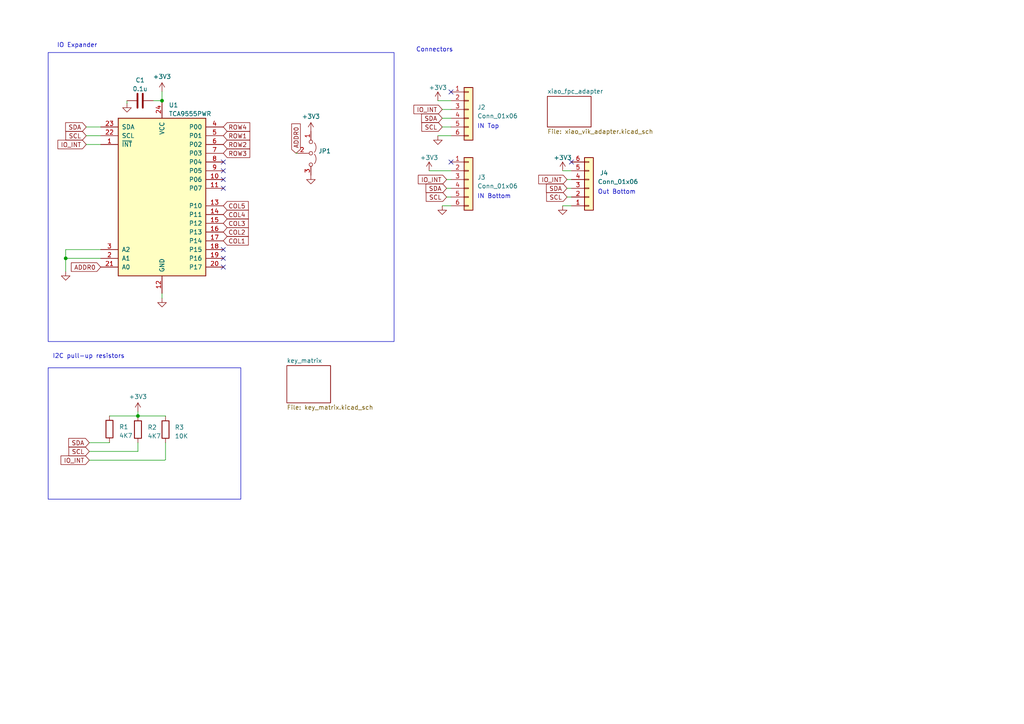
<source format=kicad_sch>
(kicad_sch (version 20230121) (generator eeschema)
  (paper "A4")
  (lib_symbols
    (symbol "+3V3_1" (power) (pin_names (offset 0))
      (property "Value" "+3V3_1" (at 0 3.556 0))
      (symbol "+3V3_1_0_1"
        (polyline (pts (xy -0.762 1.27) (xy 0 2.54)))
        (polyline (pts (xy 0 0) (xy 0 2.54)))
        (polyline (pts (xy 0 2.54) (xy 0.762 1.27)))
      )
      (symbol "+3V3_1_1_1"
        (pin power_in line (at 0 0 90) (length 0) hide (name "+3V3") (number "1"))
      )
    )
    (symbol "Connector_Generic:Conn_01x06" (pin_names (offset 1.016) hide)
      (property "Reference" "J" (at 0 7.62 0))
      (property "Value" "Conn_01x06" (at 0 -10.16 0))
      (symbol "Conn_01x06_1_1"
        (rectangle (start -1.27 -7.493) (end 0 -7.747) (stroke (width 0.1524)))
        (rectangle (start -1.27 -4.953) (end 0 -5.207) (stroke (width 0.1524)))
        (rectangle (start -1.27 -2.413) (end 0 -2.667) (stroke (width 0.1524)))
        (rectangle (start -1.27 0.127) (end 0 -0.127) (stroke (width 0.1524)))
        (rectangle (start -1.27 2.667) (end 0 2.413) (stroke (width 0.1524)))
        (rectangle (start -1.27 5.207) (end 0 4.953) (stroke (width 0.1524)))
        (rectangle (start -1.27 6.35) (end 1.27 -8.89) (stroke (width 0.254)) (fill (type background)))
        (pin passive line (at -5.08 5.08 0) (length 3.81) (name "Pin_1") (number "1"))
        (pin passive line (at -5.08 2.54 0) (length 3.81) (name "Pin_2") (number "2"))
        (pin passive line (at -5.08 0 0) (length 3.81) (name "Pin_3") (number "3"))
        (pin passive line (at -5.08 -2.54 0) (length 3.81) (name "Pin_4") (number "4"))
        (pin passive line (at -5.08 -5.08 0) (length 3.81) (name "Pin_5") (number "5"))
        (pin passive line (at -5.08 -7.62 0) (length 3.81) (name "Pin_6") (number "6"))
      )
    )
    (symbol "Device:C" (pin_numbers hide) (pin_names (offset 0.254))
      (property "Reference" "C" (at 0.635 2.54 0))
      (property "Value" "C" (at 0.635 -2.54 0))
      (symbol "C_0_1"
        (polyline (pts (xy -2.032 -0.762) (xy 2.032 -0.762)) (stroke (width 0.508)))
        (polyline (pts (xy -2.032 0.762) (xy 2.032 0.762)) (stroke (width 0.508)))
      )
      (symbol "C_1_1"
        (pin passive line (at 0 3.81 270) (length 2.794) (name "~") (number "1"))
        (pin passive line (at 0 -3.81 90) (length 2.794) (name "~") (number "2"))
      )
    )
    (symbol "Device:R" (pin_numbers hide) (pin_names (offset 0))
      (property "Reference" "R" (at 2.032 0 90))
      (property "Value" "R" (at 0 0 90))
      (symbol "R_0_1"
        (rectangle (start -1.016 -2.54) (end 1.016 2.54) (stroke (width 0.254)))
      )
      (symbol "R_1_1"
        (pin passive line (at 0 3.81 270) (length 1.27) (name "~") (number "1"))
        (pin passive line (at 0 -3.81 90) (length 1.27) (name "~") (number "2"))
      )
    )
    (symbol "Interface_Expansion:TCA9555PWR" (pin_names (offset 1.016))
      (property "Reference" "U" (at -11.43 24.13 0))
      (property "Value" "TCA9555PWR" (at 0 0 0))
      (symbol "TCA9555PWR_0_1"
        (rectangle (start -12.7 22.86) (end 12.7 -22.86) (stroke (width 0.254)) (fill (type background)))
      )
      (symbol "TCA9555PWR_1_1"
        (pin open_collector line (at -17.78 15.24 0) (length 5.08) (name "~{INT}") (number "1"))
        (pin bidirectional line (at 17.78 5.08 180) (length 5.08) (name "P06") (number "10"))
        (pin bidirectional line (at 17.78 2.54 180) (length 5.08) (name "P07") (number "11"))
        (pin power_in line (at 0 -27.94 90) (length 5.08) (name "GND") (number "12"))
        (pin bidirectional line (at 17.78 -2.54 180) (length 5.08) (name "P10") (number "13"))
        (pin bidirectional line (at 17.78 -5.08 180) (length 5.08) (name "P11") (number "14"))
        (pin bidirectional line (at 17.78 -7.62 180) (length 5.08) (name "P12") (number "15"))
        (pin bidirectional line (at 17.78 -10.16 180) (length 5.08) (name "P13") (number "16"))
        (pin bidirectional line (at 17.78 -12.7 180) (length 5.08) (name "P14") (number "17"))
        (pin bidirectional line (at 17.78 -15.24 180) (length 5.08) (name "P15") (number "18"))
        (pin bidirectional line (at 17.78 -17.78 180) (length 5.08) (name "P16") (number "19"))
        (pin input line (at -17.78 -17.78 0) (length 5.08) (name "A1") (number "2"))
        (pin bidirectional line (at 17.78 -20.32 180) (length 5.08) (name "P17") (number "20"))
        (pin input line (at -17.78 -20.32 0) (length 5.08) (name "A0") (number "21"))
        (pin input line (at -17.78 17.78 0) (length 5.08) (name "SCL") (number "22"))
        (pin bidirectional line (at -17.78 20.32 0) (length 5.08) (name "SDA") (number "23"))
        (pin power_in line (at 0 27.94 270) (length 5.08) (name "VCC") (number "24"))
        (pin input line (at -17.78 -15.24 0) (length 5.08) (name "A2") (number "3"))
        (pin bidirectional line (at 17.78 20.32 180) (length 5.08) (name "P00") (number "4"))
        (pin bidirectional line (at 17.78 17.78 180) (length 5.08) (name "P01") (number "5"))
        (pin bidirectional line (at 17.78 15.24 180) (length 5.08) (name "P02") (number "6"))
        (pin bidirectional line (at 17.78 12.7 180) (length 5.08) (name "P03") (number "7"))
        (pin bidirectional line (at 17.78 10.16 180) (length 5.08) (name "P04") (number "8"))
        (pin bidirectional line (at 17.78 7.62 180) (length 5.08) (name "P05") (number "9"))
      )
    )
    (symbol "Jumper:Jumper_3_Open" (pin_names (offset 0) hide)
      (property "Reference" "JP" (at -2.54 -2.54 0))
      (property "Value" "Jumper_3_Open" (at 0 2.794 0))
      (symbol "Jumper_3_Open_0_0"
        (circle (center -3.302 0) (radius 0.508))
        (circle (center 0 0) (radius 0.508))
        (circle (center 3.302 0) (radius 0.508))
      )
      (symbol "Jumper_3_Open_0_1"
        (arc (start -0.254 1.016) (mid -1.651 1.4992) (end -3.048 1.016))
        (polyline (pts (xy 0 -0.508) (xy 0 -1.27)))
        (arc (start 3.048 1.016) (mid 1.651 1.4992) (end 0.254 1.016))
      )
      (symbol "Jumper_3_Open_1_1"
        (pin passive line (at -6.35 0 0) (length 2.54) (name "A") (number "1"))
        (pin passive line (at 0 -3.81 90) (length 2.54) (name "C") (number "2"))
        (pin passive line (at 6.35 0 180) (length 2.54) (name "B") (number "3"))
      )
    )
    (symbol "power:GND" (power) (pin_names (offset 0))
      (property "Value" "GND" (at 0 -3.81 0))
      (symbol "GND_0_1"
        (polyline (pts (xy 0 0) (xy 0 -1.27) (xy 1.27 -1.27) (xy 0 -2.54) (xy -1.27 -1.27) (xy 0 -1.27)))
      )
      (symbol "GND_1_1"
        (pin power_in line (at 0 0 270) (length 0) hide (name "GND") (number "1"))
      )
    )
  )
  (junction (at 40.005 120.65))
  (junction (at 19.05 74.93))
  (junction (at 46.99 29.21))
  (no_connect (at 64.77 52.07))
  (no_connect (at 165.735 46.99))
  (no_connect (at 64.77 77.47))
  (no_connect (at 64.77 49.53))
  (no_connect (at 64.77 74.93))
  (no_connect (at 64.77 46.99))
  (no_connect (at 64.77 72.39))
  (no_connect (at 130.81 46.99))
  (no_connect (at 64.77 54.61))
  (no_connect (at 130.81 26.67))
  (wire (pts (xy 47.752 133.477) (xy 48.006 133.35)))
  (wire (pts (xy 19.05 72.39) (xy 29.21 72.39)))
  (wire (pts (xy 36.83 29.21) (xy 36.83 29.972)))
  (wire (pts (xy 129.54 54.61) (xy 130.81 54.61)))
  (wire (pts (xy 19.05 72.39) (xy 19.05 74.93)))
  (wire (pts (xy 25.019 41.91) (xy 29.21 41.91)))
  (wire (pts (xy 163.195 49.53) (xy 165.735 49.53)))
  (wire (pts (xy 25.908 130.937) (xy 40.005 130.937)))
  (wire (pts (xy 48.006 120.65) (xy 48.006 120.777)))
  (wire (pts (xy 40.005 120.65) (xy 48.006 120.65)))
  (wire (pts (xy 25.908 128.397) (xy 31.75 128.397)))
  (wire (pts (xy 128.27 34.29) (xy 130.81 34.29)))
  (wire (pts (xy 163.195 59.69) (xy 165.735 59.69)))
  (wire (pts (xy 128.27 31.75) (xy 130.81 31.75)))
  (wire (pts (xy 40.005 120.65) (xy 40.005 120.777)))
  (wire (pts (xy 19.05 74.93) (xy 29.21 74.93)))
  (wire (pts (xy 40.005 119.38) (xy 40.005 120.65)))
  (wire (pts (xy 40.005 128.397) (xy 40.005 130.937)))
  (wire (pts (xy 127 29.21) (xy 130.81 29.21)))
  (wire (pts (xy 129.54 52.07) (xy 130.81 52.07)))
  (wire (pts (xy 129.54 57.15) (xy 130.81 57.15)))
  (wire (pts (xy 44.45 29.21) (xy 46.99 29.21)))
  (wire (pts (xy 29.21 36.83) (xy 25.019 36.83)))
  (wire (pts (xy 164.465 57.15) (xy 165.735 57.15)))
  (wire (pts (xy 48.006 128.397) (xy 48.006 133.35)))
  (wire (pts (xy 164.465 54.61) (xy 165.735 54.61)))
  (wire (pts (xy 164.465 52.07) (xy 165.735 52.07)))
  (wire (pts (xy 46.99 85.09) (xy 46.99 86.487)))
  (wire (pts (xy 127 39.37) (xy 130.81 39.37)))
  (wire (pts (xy 25.908 133.477) (xy 47.752 133.477)))
  (wire (pts (xy 46.99 26.543) (xy 46.99 29.21)))
  (wire (pts (xy 31.75 128.397) (xy 31.75 128.27)))
  (wire (pts (xy 31.75 120.65) (xy 40.005 120.65)))
  (wire (pts (xy 25.019 39.37) (xy 29.21 39.37)))
  (wire (pts (xy 124.46 49.53) (xy 130.81 49.53)))
  (wire (pts (xy 128.27 59.69) (xy 130.81 59.69)))
  (wire (pts (xy 128.27 36.83) (xy 130.81 36.83)))
  (wire (pts (xy 19.05 74.93) (xy 19.05 78.74)))
  (wire (pts (xy 85.852 44.45) (xy 86.36 44.45)))
  (rectangle (start 13.97 15.24) (end 114.3 99.06))
  (rectangle (start 13.97 106.68) (end 69.85 144.78))
  (text "I2C pull-up resistors" (at 15.24 104.14 0) (effects (font (size 1.27 1.27)) (justify left bottom)))
  (text "IO Expander" (at 16.51 13.97 0) (effects (font (size 1.27 1.27)) (justify left bottom)))
  (text "IN Bottom" (at 138.43 57.785 0) (effects (font (size 1.27 1.27)) (justify left bottom)))
  (text "Out Bottom" (at 173.355 56.515 0) (effects (font (size 1.27 1.27)) (justify left bottom)))
  (text "Connectors" (at 120.65 15.24 0) (effects (font (size 1.27 1.27)) (justify left bottom)))
  (text "IN Top" (at 138.43 37.465 0) (effects (font (size 1.27 1.27)) (justify left bottom)))
  (global_label "SDA" (shape input) (at 128.27 34.29 180) (property "Intersheetrefs" "${INTERSHEET_REFS}" (effects hide)))
  (global_label "IO_INT" (shape input) (at 164.465 52.07 180) (property "Intersheetrefs" "${INTERSHEET_REFS}" (effects hide)))
  (global_label "IO_INT" (shape input) (at 25.908 133.477 180) (property "Intersheetrefs" "${INTERSHEET_REFS}" (effects hide)))
  (global_label "ADDR0" (shape input) (at 29.21 77.47 180) (property "Intersheetrefs" "${INTERSHEET_REFS}" (effects hide)))
  (global_label "IO_INT" (shape input) (at 128.27 31.75 180) (property "Intersheetrefs" "${INTERSHEET_REFS}" (effects hide)))
  (global_label "COL3" (shape input) (at 64.77 64.77 0) (property "Intersheetrefs" "${INTERSHEET_REFS}" (effects hide)))
  (global_label "ROW4" (shape input) (at 64.77 36.83 0) (property "Intersheetrefs" "${INTERSHEET_REFS}" (effects hide)))
  (global_label "SCL" (shape input) (at 25.019 39.37 180) (property "Intersheetrefs" "${INTERSHEET_REFS}" (effects hide)))
  (global_label "SDA" (shape input) (at 25.019 36.83 180) (property "Intersheetrefs" "${INTERSHEET_REFS}" (effects hide)))
  (global_label "SDA" (shape input) (at 164.465 54.61 180) (property "Intersheetrefs" "${INTERSHEET_REFS}" (effects hide)))
  (global_label "COL4" (shape input) (at 64.77 62.23 0) (property "Intersheetrefs" "${INTERSHEET_REFS}" (effects hide)))
  (global_label "SCL" (shape input) (at 128.27 36.83 180) (property "Intersheetrefs" "${INTERSHEET_REFS}" (effects hide)))
  (global_label "SCL" (shape input) (at 164.465 57.15 180) (property "Intersheetrefs" "${INTERSHEET_REFS}" (effects hide)))
  (global_label "COL5" (shape input) (at 64.77 59.69 0) (property "Intersheetrefs" "${INTERSHEET_REFS}" (effects hide)))
  (global_label "COL1" (shape input) (at 64.77 69.85 0) (property "Intersheetrefs" "${INTERSHEET_REFS}" (effects hide)))
  (global_label "SDA" (shape input) (at 129.54 54.61 180) (property "Intersheetrefs" "${INTERSHEET_REFS}" (effects hide)))
  (global_label "SCL" (shape input) (at 25.908 130.937 180) (property "Intersheetrefs" "${INTERSHEET_REFS}" (effects hide)))
  (global_label "ROW3" (shape input) (at 64.77 44.45 0) (property "Intersheetrefs" "${INTERSHEET_REFS}" (effects hide)))
  (global_label "ROW1" (shape input) (at 64.77 39.37 0) (property "Intersheetrefs" "${INTERSHEET_REFS}" (effects hide)))
  (global_label "SDA" (shape input) (at 25.908 128.397 180) (property "Intersheetrefs" "${INTERSHEET_REFS}" (effects hide)))
  (global_label "IO_INT" (shape input) (at 25.019 41.91 180) (property "Intersheetrefs" "${INTERSHEET_REFS}" (effects hide)))
  (global_label "ADDR0" (shape input) (at 85.852 44.45 90) (property "Intersheetrefs" "${INTERSHEET_REFS}" (effects hide)))
  (global_label "ROW2" (shape input) (at 64.77 41.91 0) (property "Intersheetrefs" "${INTERSHEET_REFS}" (effects hide)))
  (global_label "IO_INT" (shape input) (at 129.54 52.07 180) (property "Intersheetrefs" "${INTERSHEET_REFS}" (effects hide)))
  (global_label "SCL" (shape input) (at 129.54 57.15 180) (property "Intersheetrefs" "${INTERSHEET_REFS}" (effects hide)))
  (global_label "COL2" (shape input) (at 64.77 67.31 0) (property "Intersheetrefs" "${INTERSHEET_REFS}" (effects hide)))
  (symbol (lib_name "+3V3_1") (lib_id "power:+3V3") (at 127 29.21 0) (mirror y) (unit 1)
    (property "Reference" "#PWR019" (effects hide))
    (property "Value" "+3V3" (at 127 25.4 0))
  )
  (symbol (lib_id "Device:R") (at 48.006 124.587 180) (unit 1)
    (property "Reference" "R3" (at 50.673 123.952 0) (effects (justify right)))
    (property "Value" "10K" (at 50.673 126.492 0) (effects (justify right)))
    (property "Footprint" "Resistor_SMD:R_0805_2012Metric_Pad1.20x1.40mm_HandSolder" (effects hide))
  )
  (symbol (lib_name "+3V3_1") (lib_id "power:+3V3") (at 90.17 38.1 0) (unit 1)
    (property "Reference" "#PWR07" (effects hide))
    (property "Value" "+3V3" (at 90.17 33.782 0))
  )
  (symbol (lib_id "Connector_Generic:Conn_01x06") (at 170.815 54.61 0) (mirror x) (unit 1)
    (property "Reference" "J4" (at 173.99 50.165 0) (effects (justify left)))
    (property "Value" "Conn_01x06" (at 173.355 52.705 0) (effects (justify left)))
    (property "Footprint" "Connector_FFC-FPC:Hirose_FH12-6S-0.5SH_1x06-1MP_P0.50mm_Horizontal" (effects hide))
  )
  (symbol (lib_id "Connector_Generic:Conn_01x06") (at 135.89 52.07 0) (unit 1)
    (property "Reference" "J3" (at 138.43 51.435 0) (effects (justify left)))
    (property "Value" "Conn_01x06" (at 138.43 53.975 0) (effects (justify left)))
    (property "Footprint" "Connector_FFC-FPC:Hirose_FH12-6S-0.5SH_1x06-1MP_P0.50mm_Horizontal" (effects hide))
  )
  (symbol (lib_id "power:GND") (at 90.17 50.8 0) (unit 1)
    (property "Reference" "#PWR06" (effects hide))
    (property "Value" "GND" (effects hide))
  )
  (symbol (lib_id "power:GND") (at 46.99 86.487 0) (unit 1)
    (property "Reference" "#PWR010" (effects hide))
    (property "Value" "GND" (effects hide))
  )
  (symbol (lib_id "Jumper:Jumper_3_Open") (at 90.17 44.45 270) (unit 1)
    (property "Reference" "JP1" (at 92.329 43.815 90) (effects (justify left)))
    (property "Value" "Jumper_3_Open" (effects hide))
    (property "Footprint" "Jumper:SolderJumper-3_P1.3mm_Open_RoundedPad1.0x1.5mm" (effects hide))
  )
  (symbol (lib_name "+3V3_1") (lib_id "power:+3V3") (at 124.46 49.53 0) (mirror y) (unit 1)
    (property "Reference" "#PWR01" (effects hide))
    (property "Value" "+3V3" (at 124.46 45.72 0))
  )
  (symbol (lib_id "Device:R") (at 31.75 124.46 180) (unit 1)
    (property "Reference" "R1" (at 34.544 123.825 0) (effects (justify right)))
    (property "Value" "4K7" (at 34.544 126.365 0) (effects (justify right)))
    (property "Footprint" "Resistor_SMD:R_0805_2012Metric_Pad1.20x1.40mm_HandSolder" (effects hide))
  )
  (symbol (lib_id "power:GND") (at 163.195 59.69 0) (unit 1)
    (property "Reference" "#PWR016" (effects hide))
    (property "Value" "GND" (effects hide))
  )
  (symbol (lib_name "+3V3_1") (lib_id "power:+3V3") (at 40.005 119.38 0) (unit 1)
    (property "Reference" "#PWR012" (effects hide))
    (property "Value" "+3V3" (at 40.005 115.062 0))
  )
  (symbol (lib_id "power:GND") (at 36.83 29.972 0) (unit 1)
    (property "Reference" "#PWR04" (effects hide))
    (property "Value" "GND" (effects hide))
  )
  (symbol (lib_id "Interface_Expansion:TCA9555PWR") (at 46.99 57.15 0) (unit 1)
    (property "Reference" "U1" (at 48.9459 30.48 0) (effects (justify left)))
    (property "Value" "TCA9555PWR" (at 48.9459 33.02 0) (effects (justify left)))
    (property "Footprint" "Package_SO:TSSOP-24_4.4x7.8mm_P0.65mm" (effects hide))
    (property "Datasheet" "http://www.ti.com/lit/ds/symlink/tca9555.pdf" (effects hide))
  )
  (symbol (lib_id "power:GND") (at 127 39.37 0) (unit 1)
    (property "Reference" "#PWR024" (effects hide))
    (property "Value" "GND" (effects hide))
  )
  (symbol (lib_id "Connector_Generic:Conn_01x06") (at 135.89 31.75 0) (unit 1)
    (property "Reference" "J2" (at 138.43 31.115 0) (effects (justify left)))
    (property "Value" "Conn_01x06" (at 138.43 33.655 0) (effects (justify left)))
    (property "Footprint" "Connector_FFC-FPC:Hirose_FH12-6S-0.5SH_1x06-1MP_P0.50mm_Horizontal" (effects hide))
  )
  (symbol (lib_id "Device:C") (at 40.64 29.21 90) (unit 1)
    (property "Reference" "C1" (at 40.64 23.241 90))
    (property "Value" "0.1u" (at 40.64 25.781 90))
    (property "Footprint" "Capacitor_SMD:C_0402_1005Metric_Pad0.74x0.62mm_HandSolder" (effects hide))
  )
  (symbol (lib_id "Device:R") (at 40.005 124.587 180) (unit 1)
    (property "Reference" "R2" (at 42.799 123.952 0) (effects (justify right)))
    (property "Value" "4K7" (at 42.799 126.492 0) (effects (justify right)))
    (property "Footprint" "Resistor_SMD:R_0805_2012Metric_Pad1.20x1.40mm_HandSolder" (effects hide))
  )
  (symbol (lib_name "+3V3_1") (lib_id "power:+3V3") (at 46.99 26.543 0) (unit 1)
    (property "Reference" "#PWR011" (effects hide))
    (property "Value" "+3V3" (at 46.99 22.225 0))
  )
  (symbol (lib_name "+3V3_1") (lib_id "power:+3V3") (at 163.195 49.53 0) (mirror y) (unit 1)
    (property "Reference" "#PWR015" (effects hide))
    (property "Value" "+3V3" (at 163.195 45.72 0))
  )
  (symbol (lib_id "power:GND") (at 128.27 59.69 0) (unit 1)
    (property "Reference" "#PWR02" (effects hide))
    (property "Value" "GND" (effects hide))
  )
  (symbol (lib_id "power:GND") (at 19.05 78.74 0) (unit 1)
    (property "Reference" "#PWR05" (effects hide))
    (property "Value" "GND" (effects hide))
  )
  (sheet (at 158.75 27.94) (size 12.7 8.89) (stroke (width 0.1524))
    (property "Sheetname" "xiao_fpc_adapter" (at 158.75 27.2284 0) (effects (justify left bottom)))
    (property "Sheetfile" "xiao_vik_adapter.kicad_sch" (at 158.75 37.4146 0) (effects (justify left top)))
  )
  (sheet (at 83.185 106.045) (size 12.7 10.795) (stroke (width 0.1524))
    (property "Sheetname" "key_matrix" (at 83.185 105.3334 0) (effects (justify left bottom)))
    (property "Sheetfile" "key_matrix.kicad_sch" (at 83.185 117.4246 0) (effects (justify left top)))
  )
)
</source>
